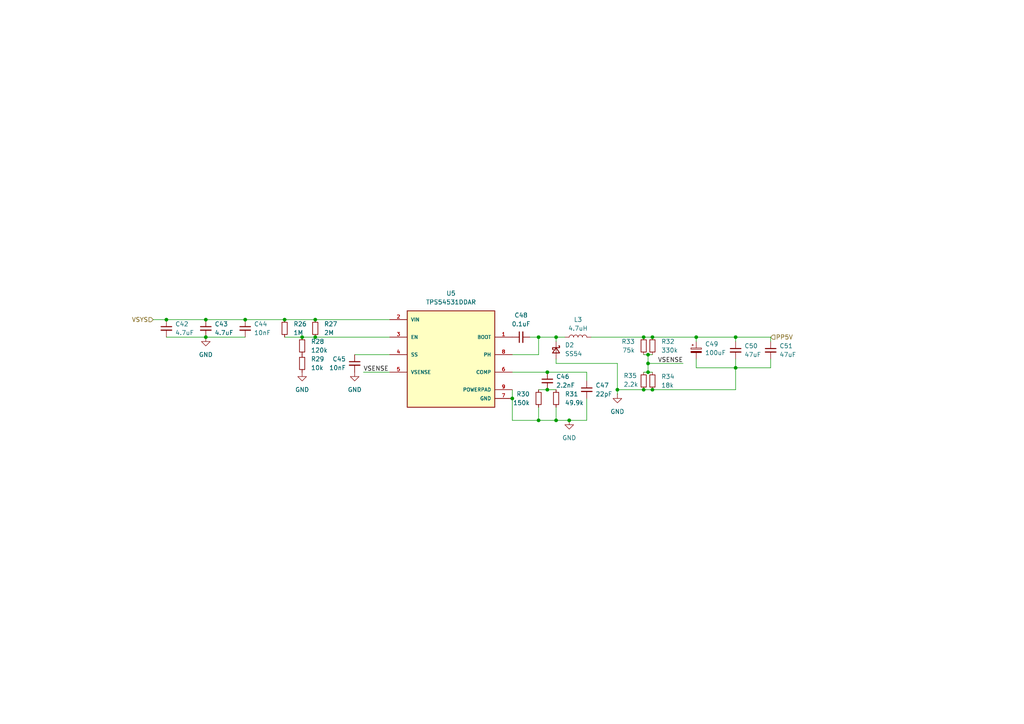
<source format=kicad_sch>
(kicad_sch (version 20240417) (generator "eeschema") (generator_version "8.99")
  (paper "A4")
  (lib_symbols
    (symbol "Device:C_Polarized_Small" (pin_numbers hide) (pin_names (offset 0.254) hide)
      (property "Reference" "C" (at 0.254 1.778 0))
      (property "Value" "C_Polarized_Small" (at 0.254 -2.032 0))
      (symbol "C_Polarized_Small_0_1"
        (rectangle (start -1.524 0.6858) (end 1.524 0.3048))
        (rectangle (start -1.524 -0.3048) (end 1.524 -0.6858) (fill (type outline)))
        (polyline (pts (xy -1.27 1.524) (xy -0.762 1.524)))
        (polyline (pts (xy -1.016 1.27) (xy -1.016 1.778)))
      )
      (symbol "C_Polarized_Small_1_1"
        (pin passive line (at 0 2.54 270) (length 1.8542) (name "~") (number "1"))
        (pin passive line (at 0 -2.54 90) (length 1.8542) (name "~") (number "2"))
      )
    )
    (symbol "Device:C_Small" (pin_numbers hide) (pin_names (offset 0.254) hide)
      (property "Reference" "C" (at 0.254 1.778 0))
      (property "Value" "C_Small" (at 0.254 -2.032 0))
      (symbol "C_Small_0_1"
        (polyline (pts (xy -1.524 0.508) (xy 1.524 0.508)) (stroke (width 0.3048)))
        (polyline (pts (xy -1.524 -0.508) (xy 1.524 -0.508)) (stroke (width 0.3302)))
      )
      (symbol "C_Small_1_1"
        (pin passive line (at 0 2.54 270) (length 2.032) (name "~") (number "1"))
        (pin passive line (at 0 -2.54 90) (length 2.032) (name "~") (number "2"))
      )
    )
    (symbol "Device:D_Schottky_Small" (pin_numbers hide) (pin_names (offset 0.254) hide)
      (property "Reference" "D" (at -1.27 2.032 0))
      (property "Value" "D_Schottky_Small" (at -7.112 -2.032 0))
      (symbol "D_Schottky_Small_0_1"
        (polyline (pts (xy -1.27 0.762) (xy -1.27 1.016) (xy -0.762 1.016) (xy -0.762 -1.016) (xy -0.254 -1.016) (xy -0.254 -0.762)) (stroke (width 0.254)))
        (polyline (pts (xy -0.762 0) (xy 0.762 0)))
        (polyline (pts (xy 0.762 -1.016) (xy -0.762 0) (xy 0.762 1.016) (xy 0.762 -1.016)) (stroke (width 0.254)))
      )
      (symbol "D_Schottky_Small_1_1"
        (pin passive line (at -2.54 0 0) (length 1.778) (name "K") (number "1"))
        (pin passive line (at 2.54 0 180) (length 1.778) (name "A") (number "2"))
      )
    )
    (symbol "Device:L" (pin_numbers hide) (pin_names (offset 1.016) hide)
      (property "Reference" "L" (at -1.27 0 90))
      (property "Value" "L" (at 1.905 0 90))
      (symbol "L_0_1"
        (arc (start 0 2.54) (mid 0.6323 1.905) (end 0 1.27))
        (arc (start 0 1.27) (mid 0.6323 0.635) (end 0 0))
        (arc (start 0 0) (mid 0.6323 -0.635) (end 0 -1.27))
        (arc (start 0 -1.27) (mid 0.6323 -1.905) (end 0 -2.54))
      )
      (symbol "L_1_1"
        (pin passive line (at 0 3.81 270) (length 1.27) (name "1") (number "1"))
        (pin passive line (at 0 -3.81 90) (length 1.27) (name "2") (number "2"))
      )
    )
    (symbol "Device:R_Small" (pin_numbers hide) (pin_names (offset 0.254) hide)
      (property "Reference" "R" (at 0.762 0.508 0))
      (property "Value" "R_Small" (at 0.762 -1.016 0))
      (symbol "R_Small_0_1"
        (rectangle (start -0.762 1.778) (end 0.762 -1.778) (stroke (width 0.2032)))
      )
      (symbol "R_Small_1_1"
        (pin passive line (at 0 2.54 270) (length 0.762) (name "~") (number "1"))
        (pin passive line (at 0 -2.54 90) (length 0.762) (name "~") (number "2"))
      )
    )
    (symbol "TPS54531:TPS54531DDAR" (pin_names (offset 1.016))
      (property "Reference" "U" (at -12.7 16.51 0))
      (property "Value" "TPS54531DDAR" (at -12.7 -13.97 0))
      (symbol "TPS54531DDAR_0_0"
        (rectangle (start -12.7 -12.7) (end 12.7 15.24) (stroke (width 0.254)) (fill (type background)))
        (pin output line (at 17.78 7.62 180) (length 5.08) (name "BOOT") (number "1"))
        (pin power_in line (at -17.78 12.7 0) (length 5.08) (name "VIN") (number "2"))
        (pin input line (at -17.78 7.62 0) (length 5.08) (name "EN") (number "3"))
        (pin input line (at -17.78 2.54 0) (length 5.08) (name "SS") (number "4"))
        (pin input line (at -17.78 -2.54 0) (length 5.08) (name "VSENSE") (number "5"))
        (pin output line (at 17.78 -2.54 180) (length 5.08) (name "COMP") (number "6"))
        (pin power_in line (at 17.78 -10.16 180) (length 5.08) (name "GND") (number "7"))
        (pin output line (at 17.78 2.54 180) (length 5.08) (name "PH") (number "8"))
        (pin power_in line (at 17.78 -7.62 180) (length 5.08) (name "POWERPAD") (number "9"))
      )
    )
    (symbol "power:GND" (power) (pin_numbers hide) (pin_names (offset 0) hide)
      (property "Value" "GND" (at 0 -3.81 0))
      (symbol "GND_0_1"
        (polyline (pts (xy 0 0) (xy 0 -1.27) (xy 1.27 -1.27) (xy 0 -2.54) (xy -1.27 -1.27) (xy 0 -1.27)))
      )
      (symbol "GND_1_1"
        (pin power_in line (at 0 0 270) (length 0) (name "~") (number "1"))
      )
    )
  )
  (junction (at 213.36 106.68))
  (junction (at 156.21 97.79))
  (junction (at 158.75 113.03))
  (junction (at 48.26 92.71))
  (junction (at 186.69 97.79))
  (junction (at 91.44 92.71))
  (junction (at 186.69 113.03))
  (junction (at 59.69 97.79))
  (junction (at 179.07 113.03))
  (junction (at 87.63 97.79))
  (junction (at 187.96 102.87))
  (junction (at 158.75 107.95))
  (junction (at 91.44 97.79))
  (junction (at 187.96 105.41))
  (junction (at 148.59 115.57))
  (junction (at 161.29 97.79))
  (junction (at 165.1 121.92))
  (junction (at 82.55 92.71))
  (junction (at 156.21 121.92))
  (junction (at 59.69 92.71))
  (junction (at 187.96 107.95))
  (junction (at 71.12 92.71))
  (junction (at 213.36 97.79))
  (junction (at 201.93 97.79))
  (junction (at 161.29 121.92))
  (junction (at 189.23 97.79))
  (junction (at 189.23 113.03))
  (wire (pts (xy 213.36 106.68) (xy 223.52 106.68)))
  (wire (pts (xy 48.26 92.71) (xy 59.69 92.71)))
  (wire (pts (xy 161.29 97.79) (xy 163.83 97.79)))
  (wire (pts (xy 213.36 113.03) (xy 189.23 113.03)))
  (wire (pts (xy 213.36 106.68) (xy 213.36 104.14)))
  (wire (pts (xy 213.36 106.68) (xy 213.36 113.03)))
  (wire (pts (xy 48.26 97.79) (xy 59.69 97.79)))
  (wire (pts (xy 91.44 92.71) (xy 113.03 92.71)))
  (wire (pts (xy 198.12 105.41) (xy 187.96 105.41)))
  (wire (pts (xy 186.69 113.03) (xy 189.23 113.03)))
  (wire (pts (xy 105.41 107.95) (xy 113.03 107.95)))
  (wire (pts (xy 201.93 106.68) (xy 213.36 106.68)))
  (wire (pts (xy 223.52 97.79) (xy 213.36 97.79)))
  (wire (pts (xy 186.69 107.95) (xy 187.96 107.95)))
  (wire (pts (xy 161.29 104.14) (xy 161.29 105.41)))
  (wire (pts (xy 179.07 105.41) (xy 179.07 113.03)))
  (wire (pts (xy 148.59 121.92) (xy 156.21 121.92)))
  (wire (pts (xy 170.18 115.57) (xy 170.18 121.92)))
  (wire (pts (xy 59.69 97.79) (xy 71.12 97.79)))
  (wire (pts (xy 161.29 118.11) (xy 161.29 121.92)))
  (wire (pts (xy 44.45 92.71) (xy 48.26 92.71)))
  (wire (pts (xy 223.52 106.68) (xy 223.52 104.14)))
  (wire (pts (xy 170.18 107.95) (xy 170.18 110.49)))
  (wire (pts (xy 148.59 102.87) (xy 156.21 102.87)))
  (wire (pts (xy 82.55 92.71) (xy 91.44 92.71)))
  (wire (pts (xy 71.12 92.71) (xy 82.55 92.71)))
  (wire (pts (xy 187.96 105.41) (xy 187.96 107.95)))
  (wire (pts (xy 156.21 97.79) (xy 153.67 97.79)))
  (wire (pts (xy 82.55 97.79) (xy 87.63 97.79)))
  (wire (pts (xy 187.96 102.87) (xy 187.96 105.41)))
  (wire (pts (xy 156.21 118.11) (xy 156.21 121.92)))
  (wire (pts (xy 201.93 99.06) (xy 201.93 97.79)))
  (wire (pts (xy 87.63 97.79) (xy 91.44 97.79)))
  (wire (pts (xy 148.59 107.95) (xy 158.75 107.95)))
  (wire (pts (xy 158.75 107.95) (xy 170.18 107.95)))
  (wire (pts (xy 201.93 97.79) (xy 213.36 97.79)))
  (wire (pts (xy 201.93 106.68) (xy 201.93 104.14)))
  (wire (pts (xy 156.21 102.87) (xy 156.21 97.79)))
  (wire (pts (xy 223.52 99.06) (xy 223.52 97.79)))
  (wire (pts (xy 161.29 121.92) (xy 165.1 121.92)))
  (wire (pts (xy 186.69 102.87) (xy 187.96 102.87)))
  (wire (pts (xy 170.18 121.92) (xy 165.1 121.92)))
  (wire (pts (xy 156.21 97.79) (xy 161.29 97.79)))
  (wire (pts (xy 187.96 107.95) (xy 189.23 107.95)))
  (wire (pts (xy 179.07 113.03) (xy 186.69 113.03)))
  (wire (pts (xy 179.07 113.03) (xy 179.07 114.3)))
  (wire (pts (xy 156.21 113.03) (xy 158.75 113.03)))
  (wire (pts (xy 161.29 99.06) (xy 161.29 97.79)))
  (wire (pts (xy 189.23 97.79) (xy 201.93 97.79)))
  (wire (pts (xy 102.87 102.87) (xy 113.03 102.87)))
  (wire (pts (xy 59.69 92.71) (xy 71.12 92.71)))
  (wire (pts (xy 213.36 99.06) (xy 213.36 97.79)))
  (wire (pts (xy 148.59 115.57) (xy 148.59 121.92)))
  (wire (pts (xy 158.75 113.03) (xy 161.29 113.03)))
  (wire (pts (xy 186.69 97.79) (xy 189.23 97.79)))
  (wire (pts (xy 148.59 113.03) (xy 148.59 115.57)))
  (wire (pts (xy 171.45 97.79) (xy 186.69 97.79)))
  (wire (pts (xy 161.29 105.41) (xy 179.07 105.41)))
  (wire (pts (xy 91.44 97.79) (xy 113.03 97.79)))
  (wire (pts (xy 156.21 121.92) (xy 161.29 121.92)))
  (wire (pts (xy 187.96 102.87) (xy 189.23 102.87)))
  (label "VSENSE" (at 198.12 105.41 180))
  (label "VSENSE" (at 105.41 107.95 0))
  (hierarchical_label "PP5V" (shape input) (at 223.52 97.79 0))
  (hierarchical_label "VSYS" (shape input) (at 44.45 92.71 180))
  (symbol (lib_id "Device:R_Small") (at 161.29 115.57 0) (unit 1)
    (property "Reference" "R31" (at 163.83 114.2999 0) (effects (justify left)))
    (property "Value" "49.9k" (at 163.83 116.8399 0) (effects (justify left)))
    (property "Description" "Resistor, small symbol" (effects (hide yes)))
  )
  (symbol (lib_id "TPS54531:TPS54531DDAR") (at 130.81 105.41 0) (unit 1)
    (property "Reference" "U5" (at 130.81 85.09 0))
    (property "Value" "TPS54531DDAR" (at 130.81 87.63 0))
    (property "Footprint" "CONV_TPS54531DDAR:CONV_TPS54531DDAR" (effects (hide yes)))
    (property "MF" "Texas Instruments" (effects (hide yes)))
    (property "MAXIMUM_PACKAGE_HEIGHT" "1.70 mm" (effects (hide yes)))
    (property "Package" "HSOIC-8 Texas Instruments" (effects (hide yes)))
    (property "Price" "None" (effects (hide yes)))
    (property "Check_prices" "https://www.snapeda.com/parts/TPS54531DDAR/Texas+Instruments/view-part/?ref=eda" (effects (hide yes)))
    (property "STANDARD" "Manufacturer Recommendations" (effects (hide yes)))
    (property "PARTREV" "A" (effects (hide yes)))
    (property "SnapEDA_Link" "https://www.snapeda.com/parts/TPS54531DDAR/Texas+Instruments/view-part/?ref=snap" (effects (hide yes)))
    (property "MP" "TPS54531DDAR" (effects (hide yes)))
    (property "Description_1" "\n3.5V to 28V Input, 5A, 570kHz Step-Down Converter with Eco-mode\n" (effects (hide yes)))
    (property "Availability" "In Stock" (effects (hide yes)))
    (property "MANUFACTURER" "Texas Instruments" (effects (hide yes)))
  )
  (symbol (lib_id "Device:C_Polarized_Small") (at 201.93 101.6 0) (unit 1)
    (property "Reference" "C49" (at 204.47 99.7838 0) (effects (justify left)))
    (property "Value" "100uF" (at 204.47 102.3238 0) (effects (justify left)))
    (property "Description" "Polarized capacitor, small symbol" (effects (hide yes)))
  )
  (symbol (lib_id "power:GND") (at 59.69 97.79 0) (unit 1)
    (property "Reference" "#PWR025" (effects (hide yes)))
    (property "Value" "GND" (at 59.69 102.87 0))
    (property "Description" "Power symbol creates a global label with name \"GND\" , ground" (effects (hide yes)))
  )
  (symbol (lib_id "Device:C_Small") (at 158.75 110.49 0) (unit 1)
    (property "Reference" "C46" (at 161.29 109.2262 0) (effects (justify left)))
    (property "Value" "2.2nF" (at 161.29 111.7662 0) (effects (justify left)))
    (property "Description" "Unpolarized capacitor, small symbol" (effects (hide yes)))
  )
  (symbol (lib_id "power:GND") (at 102.87 107.95 0) (unit 1)
    (property "Reference" "#PWR027" (effects (hide yes)))
    (property "Value" "GND" (at 102.87 113.03 0))
    (property "Description" "Power symbol creates a global label with name \"GND\" , ground" (effects (hide yes)))
  )
  (symbol (lib_id "Device:R_Small") (at 82.55 95.25 0) (unit 1)
    (property "Reference" "R26" (at 85.09 93.9799 0) (effects (justify left)))
    (property "Value" "1M" (at 85.09 96.5199 0) (effects (justify left)))
    (property "Description" "Resistor, small symbol" (effects (hide yes)))
  )
  (symbol (lib_id "Device:R_Small") (at 186.69 110.49 0) (unit 1)
    (property "Reference" "R35" (at 180.848 108.966 0) (effects (justify left)))
    (property "Value" "2.2k" (at 180.848 111.506 0) (effects (justify left)))
    (property "Description" "Resistor, small symbol" (effects (hide yes)))
  )
  (symbol (lib_id "Device:R_Small") (at 91.44 95.25 0) (unit 1)
    (property "Reference" "R27" (at 93.98 93.9799 0) (effects (justify left)))
    (property "Value" "2M" (at 93.98 96.5199 0) (effects (justify left)))
    (property "Description" "Resistor, small symbol" (effects (hide yes)))
  )
  (symbol (lib_id "power:GND") (at 165.1 121.92 0) (unit 1)
    (property "Reference" "#PWR024" (effects (hide yes)))
    (property "Value" "GND" (at 165.1 127 0))
    (property "Description" "Power symbol creates a global label with name \"GND\" , ground" (effects (hide yes)))
  )
  (symbol (lib_id "Device:L") (at 167.64 97.79 90) (unit 1)
    (property "Reference" "L3" (at 167.64 92.71 90))
    (property "Value" "4.7uH" (at 167.64 95.25 90))
    (property "Description" "Inductor" (effects (hide yes)))
  )
  (symbol (lib_id "Device:C_Small") (at 223.52 101.6 0) (unit 1)
    (property "Reference" "C51" (at 226.06 100.3362 0) (effects (justify left)))
    (property "Value" "47uF" (at 226.06 102.8762 0) (effects (justify left)))
    (property "Description" "Unpolarized capacitor, small symbol" (effects (hide yes)))
  )
  (symbol (lib_id "Device:C_Small") (at 151.13 97.79 90) (unit 1)
    (property "Reference" "C48" (at 151.1363 91.44 90))
    (property "Value" "0.1uF" (at 151.1363 93.98 90))
    (property "Description" "Unpolarized capacitor, small symbol" (effects (hide yes)))
  )
  (symbol (lib_id "power:GND") (at 179.07 114.3 0) (unit 1)
    (property "Reference" "#PWR028" (effects (hide yes)))
    (property "Value" "GND" (at 179.07 119.38 0))
    (property "Description" "Power symbol creates a global label with name \"GND\" , ground" (effects (hide yes)))
  )
  (symbol (lib_id "Device:R_Small") (at 87.63 100.33 0) (unit 1)
    (property "Reference" "R28" (at 90.17 99.0599 0) (effects (justify left)))
    (property "Value" "120k" (at 90.17 101.5999 0) (effects (justify left)))
    (property "Description" "Resistor, small symbol" (effects (hide yes)))
  )
  (symbol (lib_id "Device:R_Small") (at 156.21 115.57 0) (unit 1)
    (property "Reference" "R30" (at 153.67 114.2999 0) (effects (justify right)))
    (property "Value" "150k" (at 153.67 116.8399 0) (effects (justify right)))
    (property "Description" "Resistor, small symbol" (effects (hide yes)))
  )
  (symbol (lib_id "Device:C_Small") (at 170.18 113.03 0) (unit 1)
    (property "Reference" "C47" (at 172.72 111.7662 0) (effects (justify left)))
    (property "Value" "22pF" (at 172.72 114.3062 0) (effects (justify left)))
    (property "Description" "Unpolarized capacitor, small symbol" (effects (hide yes)))
  )
  (symbol (lib_id "Device:C_Small") (at 71.12 95.25 0) (unit 1)
    (property "Reference" "C44" (at 73.66 93.9862 0) (effects (justify left)))
    (property "Value" "10nF" (at 73.66 96.5262 0) (effects (justify left)))
    (property "Description" "Unpolarized capacitor, small symbol" (effects (hide yes)))
  )
  (symbol (lib_id "power:GND") (at 87.63 107.95 0) (unit 1)
    (property "Reference" "#PWR026" (effects (hide yes)))
    (property "Value" "GND" (at 87.63 113.03 0))
    (property "Description" "Power symbol creates a global label with name \"GND\" , ground" (effects (hide yes)))
  )
  (symbol (lib_id "Device:R_Small") (at 189.23 110.49 0) (unit 1)
    (property "Reference" "R34" (at 191.77 109.2199 0) (effects (justify left)))
    (property "Value" "18k" (at 191.77 111.7599 0) (effects (justify left)))
    (property "Description" "Resistor, small symbol" (effects (hide yes)))
  )
  (symbol (lib_id "Device:C_Small") (at 102.87 105.41 0) (unit 1)
    (property "Reference" "C45" (at 100.33 104.1462 0) (effects (justify right)))
    (property "Value" "10nF" (at 100.33 106.6862 0) (effects (justify right)))
    (property "Description" "Unpolarized capacitor, small symbol" (effects (hide yes)))
  )
  (symbol (lib_id "Device:R_Small") (at 186.69 100.33 0) (unit 1)
    (property "Reference" "R33" (at 184.15 99.0599 0) (effects (justify right)))
    (property "Value" "75k" (at 184.15 101.5999 0) (effects (justify right)))
    (property "Description" "Resistor, small symbol" (effects (hide yes)))
  )
  (symbol (lib_id "Device:D_Schottky_Small") (at 161.29 101.6 270) (unit 1)
    (property "Reference" "D2" (at 163.83 100.0759 90) (effects (justify left)))
    (property "Value" "SS54" (at 163.83 102.6159 90) (effects (justify left)))
    (property "Description" "Schottky diode, small symbol" (effects (hide yes)))
  )
  (symbol (lib_id "Device:R_Small") (at 189.23 100.33 0) (unit 1)
    (property "Reference" "R32" (at 191.77 99.0599 0) (effects (justify left)))
    (property "Value" "330k" (at 191.77 101.5999 0) (effects (justify left)))
    (property "Description" "Resistor, small symbol" (effects (hide yes)))
  )
  (symbol (lib_id "Device:C_Small") (at 213.36 101.6 0) (unit 1)
    (property "Reference" "C50" (at 215.9 100.3362 0) (effects (justify left)))
    (property "Value" "47uF" (at 215.9 102.8762 0) (effects (justify left)))
    (property "Description" "Unpolarized capacitor, small symbol" (effects (hide yes)))
  )
  (symbol (lib_id "Device:C_Small") (at 59.69 95.25 0) (unit 1)
    (property "Reference" "C43" (at 62.23 93.9862 0) (effects (justify left)))
    (property "Value" "4.7uF" (at 62.23 96.5262 0) (effects (justify left)))
    (property "Description" "Unpolarized capacitor, small symbol" (effects (hide yes)))
  )
  (symbol (lib_id "Device:R_Small") (at 87.63 105.41 0) (unit 1)
    (property "Reference" "R29" (at 90.17 104.1399 0) (effects (justify left)))
    (property "Value" "10k" (at 90.17 106.6799 0) (effects (justify left)))
    (property "Description" "Resistor, small symbol" (effects (hide yes)))
  )
  (symbol (lib_id "Device:C_Small") (at 48.26 95.25 0) (unit 1)
    (property "Reference" "C42" (at 50.8 93.9862 0) (effects (justify left)))
    (property "Value" "4.7uF" (at 50.8 96.5262 0) (effects (justify left)))
    (property "Description" "Unpolarized capacitor, small symbol" (effects (hide yes)))
  )
)
</source>
